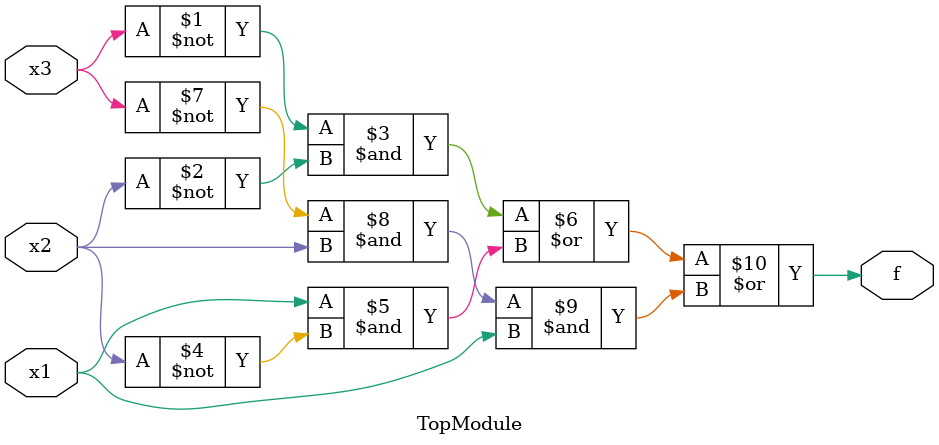
<source format=sv>

module TopModule (
  input x3, // input signal
  input x2, // input signal
  input x1, // input signal
  output f   // output signal
);

    assign f = (~x3 & ~x2) | (x1 & ~x2) | (~x3 & x2 & x1);

endmodule

// VERILOG-EVAL: errant inclusion of module definition

</source>
